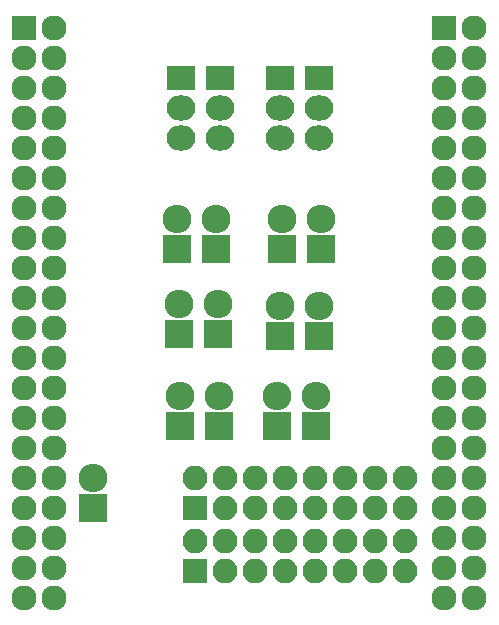
<source format=gts>
G04 #@! TF.FileFunction,Soldermask,Top*
%FSLAX46Y46*%
G04 Gerber Fmt 4.6, Leading zero omitted, Abs format (unit mm)*
G04 Created by KiCad (PCBNEW 4.0.5) date Mon Feb  6 03:04:20 2017*
%MOMM*%
%LPD*%
G01*
G04 APERTURE LIST*
%ADD10C,0.100000*%
%ADD11R,2.100000X2.100000*%
%ADD12O,2.100000X2.100000*%
%ADD13R,2.432000X2.127200*%
%ADD14O,2.432000X2.127200*%
%ADD15R,2.432000X2.432000*%
%ADD16O,2.432000X2.432000*%
%ADD17R,2.127200X2.127200*%
%ADD18O,2.127200X2.127200*%
G04 APERTURE END LIST*
D10*
D11*
X86233000Y-97980500D03*
D12*
X86233000Y-95440500D03*
X88773000Y-97980500D03*
X88773000Y-95440500D03*
X91313000Y-97980500D03*
X91313000Y-95440500D03*
X93853000Y-97980500D03*
X93853000Y-95440500D03*
X96393000Y-97980500D03*
X96393000Y-95440500D03*
X98933000Y-97980500D03*
X98933000Y-95440500D03*
X101473000Y-97980500D03*
X101473000Y-95440500D03*
X104013000Y-97980500D03*
X104013000Y-95440500D03*
D13*
X85026500Y-61531500D03*
D14*
X85026500Y-64071500D03*
X85026500Y-66611500D03*
D13*
X88328500Y-61531500D03*
D14*
X88328500Y-64071500D03*
X88328500Y-66611500D03*
D15*
X88138000Y-83185000D03*
D16*
X88138000Y-80645000D03*
D15*
X93408500Y-83375500D03*
D16*
X93408500Y-80835500D03*
D17*
X71755000Y-57277000D03*
D18*
X74295000Y-57277000D03*
X71755000Y-59817000D03*
X74295000Y-59817000D03*
X71755000Y-62357000D03*
X74295000Y-62357000D03*
X71755000Y-64897000D03*
X74295000Y-64897000D03*
X71755000Y-67437000D03*
X74295000Y-67437000D03*
X71755000Y-69977000D03*
X74295000Y-69977000D03*
X71755000Y-72517000D03*
X74295000Y-72517000D03*
X71755000Y-75057000D03*
X74295000Y-75057000D03*
X71755000Y-77597000D03*
X74295000Y-77597000D03*
X71755000Y-80137000D03*
X74295000Y-80137000D03*
X71755000Y-82677000D03*
X74295000Y-82677000D03*
X71755000Y-85217000D03*
X74295000Y-85217000D03*
X71755000Y-87757000D03*
X74295000Y-87757000D03*
X71755000Y-90297000D03*
X74295000Y-90297000D03*
X71755000Y-92837000D03*
X74295000Y-92837000D03*
X71755000Y-95377000D03*
X74295000Y-95377000D03*
X71755000Y-97917000D03*
X74295000Y-97917000D03*
X71755000Y-100457000D03*
X74295000Y-100457000D03*
X71755000Y-102997000D03*
X74295000Y-102997000D03*
X71755000Y-105537000D03*
X74295000Y-105537000D03*
D17*
X107315000Y-57277000D03*
D18*
X109855000Y-57277000D03*
X107315000Y-59817000D03*
X109855000Y-59817000D03*
X107315000Y-62357000D03*
X109855000Y-62357000D03*
X107315000Y-64897000D03*
X109855000Y-64897000D03*
X107315000Y-67437000D03*
X109855000Y-67437000D03*
X107315000Y-69977000D03*
X109855000Y-69977000D03*
X107315000Y-72517000D03*
X109855000Y-72517000D03*
X107315000Y-75057000D03*
X109855000Y-75057000D03*
X107315000Y-77597000D03*
X109855000Y-77597000D03*
X107315000Y-80137000D03*
X109855000Y-80137000D03*
X107315000Y-82677000D03*
X109855000Y-82677000D03*
X107315000Y-85217000D03*
X109855000Y-85217000D03*
X107315000Y-87757000D03*
X109855000Y-87757000D03*
X107315000Y-90297000D03*
X109855000Y-90297000D03*
X107315000Y-92837000D03*
X109855000Y-92837000D03*
X107315000Y-95377000D03*
X109855000Y-95377000D03*
X107315000Y-97917000D03*
X109855000Y-97917000D03*
X107315000Y-100457000D03*
X109855000Y-100457000D03*
X107315000Y-102997000D03*
X109855000Y-102997000D03*
X107315000Y-105537000D03*
X109855000Y-105537000D03*
D13*
X93408500Y-61531500D03*
D14*
X93408500Y-64071500D03*
X93408500Y-66611500D03*
D13*
X96710500Y-61531500D03*
D14*
X96710500Y-64071500D03*
X96710500Y-66611500D03*
D15*
X96837500Y-76009500D03*
D16*
X96837500Y-73469500D03*
D15*
X93535500Y-76009500D03*
D16*
X93535500Y-73469500D03*
D15*
X84645500Y-76009500D03*
D16*
X84645500Y-73469500D03*
D15*
X87947500Y-76009500D03*
D16*
X87947500Y-73469500D03*
D15*
X84836000Y-83185000D03*
D16*
X84836000Y-80645000D03*
D15*
X96710500Y-83375500D03*
D16*
X96710500Y-80835500D03*
D15*
X84899500Y-90995500D03*
D16*
X84899500Y-88455500D03*
D15*
X88201500Y-90995500D03*
D16*
X88201500Y-88455500D03*
D15*
X96456500Y-90995500D03*
D16*
X96456500Y-88455500D03*
D15*
X93154500Y-90995500D03*
D16*
X93154500Y-88455500D03*
D15*
X77597000Y-97917000D03*
D16*
X77597000Y-95377000D03*
D11*
X86233000Y-103314500D03*
D12*
X86233000Y-100774500D03*
X88773000Y-103314500D03*
X88773000Y-100774500D03*
X91313000Y-103314500D03*
X91313000Y-100774500D03*
X93853000Y-103314500D03*
X93853000Y-100774500D03*
X96393000Y-103314500D03*
X96393000Y-100774500D03*
X98933000Y-103314500D03*
X98933000Y-100774500D03*
X101473000Y-103314500D03*
X101473000Y-100774500D03*
X104013000Y-103314500D03*
X104013000Y-100774500D03*
M02*

</source>
